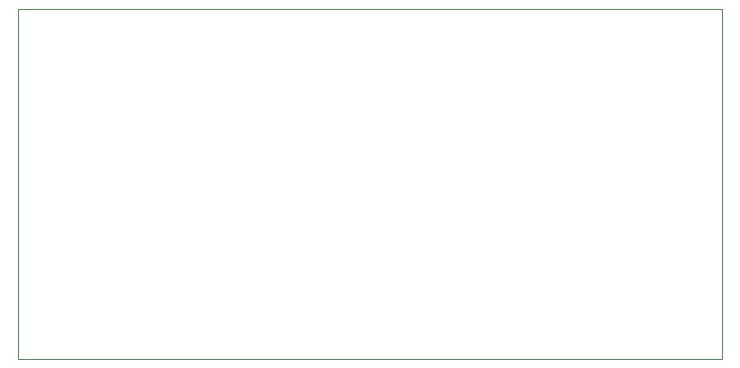
<source format=gbr>
G04 #@! TF.GenerationSoftware,KiCad,Pcbnew,8.0.1*
G04 #@! TF.CreationDate,2024-05-22T20:39:38+03:00*
G04 #@! TF.ProjectId,ESP32-C3_6_pico,45535033-322d-4433-935f-365f7069636f,rev?*
G04 #@! TF.SameCoordinates,Original*
G04 #@! TF.FileFunction,Other,User*
%FSLAX46Y46*%
G04 Gerber Fmt 4.6, Leading zero omitted, Abs format (unit mm)*
G04 Created by KiCad (PCBNEW 8.0.1) date 2024-05-22 20:39:38*
%MOMM*%
%LPD*%
G01*
G04 APERTURE LIST*
%ADD10C,0.050000*%
G04 APERTURE END LIST*
D10*
G04 #@! TO.C,PART1*
X120200000Y-85200000D02*
X179800000Y-85200000D01*
X120200000Y-114800000D02*
X120200000Y-85200000D01*
X179800000Y-85200000D02*
X179800000Y-114800000D01*
X179800000Y-114800000D02*
X120200000Y-114800000D01*
G04 #@! TD*
M02*

</source>
